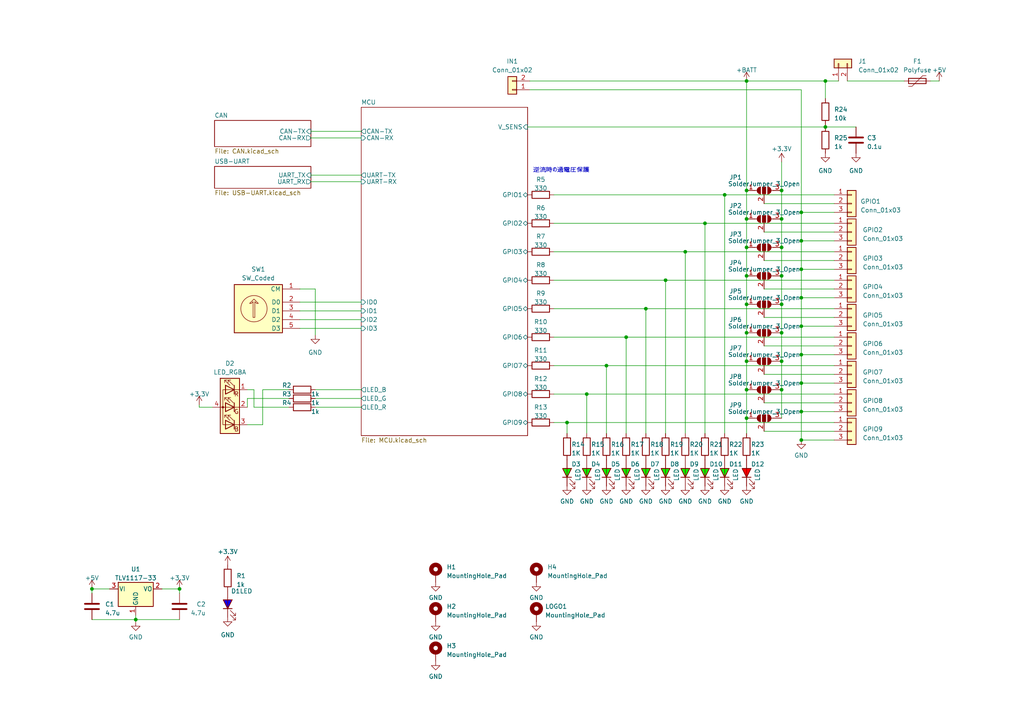
<source format=kicad_sch>
(kicad_sch (version 20231120) (generator "eeschema") (generator_version "8.0")
  (paper "A4")
  (lib_symbols
    (symbol "Connector_Generic:Conn_01x02" (pin_names (offset 1.016) hide)
      (property "Reference" "J" (at 0 2.54 0))
      (property "Value" "Conn_01x02" (at 0 -5.08 0))
      (symbol "Conn_01x02_1_1"
        (rectangle (start -1.27 -2.413) (end 0 -2.667) (stroke (width 0.1524)))
        (rectangle (start -1.27 0.127) (end 0 -0.127) (stroke (width 0.1524)))
        (rectangle (start -1.27 1.27) (end 1.27 -3.81) (stroke (width 0.254)) (fill (type background)))
        (pin passive line (at -5.08 0 0) (length 3.81) (name "Pin_1") (number "1"))
        (pin passive line (at -5.08 -2.54 0) (length 3.81) (name "Pin_2") (number "2"))
      )
    )
    (symbol "Connector_Generic:Conn_01x03" (pin_names (offset 1.016) hide)
      (property "Reference" "J" (at 0 5.08 0))
      (property "Value" "Conn_01x03" (at 0 -5.08 0))
      (symbol "Conn_01x03_1_1"
        (rectangle (start -1.27 -2.413) (end 0 -2.667) (stroke (width 0.1524)))
        (rectangle (start -1.27 0.127) (end 0 -0.127) (stroke (width 0.1524)))
        (rectangle (start -1.27 2.667) (end 0 2.413) (stroke (width 0.1524)))
        (rectangle (start -1.27 3.81) (end 1.27 -3.81) (stroke (width 0.254)) (fill (type background)))
        (pin passive line (at -5.08 2.54 0) (length 3.81) (name "Pin_1") (number "1"))
        (pin passive line (at -5.08 0 0) (length 3.81) (name "Pin_2") (number "2"))
        (pin passive line (at -5.08 -2.54 0) (length 3.81) (name "Pin_3") (number "3"))
      )
    )
    (symbol "Device:C" (pin_numbers hide) (pin_names (offset 0.254))
      (property "Reference" "C" (at 0.635 2.54 0))
      (property "Value" "C" (at 0.635 -2.54 0))
      (symbol "C_0_1"
        (polyline (pts (xy -2.032 -0.762) (xy 2.032 -0.762)) (stroke (width 0.508)))
        (polyline (pts (xy -2.032 0.762) (xy 2.032 0.762)) (stroke (width 0.508)))
      )
      (symbol "C_1_1"
        (pin passive line (at 0 3.81 270) (length 2.794) (name "~") (number "1"))
        (pin passive line (at 0 -3.81 90) (length 2.794) (name "~") (number "2"))
      )
    )
    (symbol "Device:LED" (pin_numbers hide) (pin_names (offset 1.016) hide)
      (property "Reference" "D1" (at 3.81 -0.9525 90))
      (property "Value" "LED" (at 3.81 -3.4925 90))
      (symbol "LED_0_1"
        (polyline (pts (xy -1.27 -1.27) (xy -1.27 1.27)) (stroke (width 0.254)))
        (polyline (pts (xy -1.27 0) (xy 1.27 0)))
        (polyline (pts (xy 1.27 -1.27) (xy 1.27 1.27) (xy -1.27 0) (xy 1.27 -1.27)) (stroke (width 0.254)) (fill (type color) (color 0 0 255 1)))
        (polyline (pts (xy -3.048 -0.762) (xy -4.572 -2.286) (xy -3.81 -2.286) (xy -4.572 -2.286) (xy -4.572 -1.524)))
        (polyline (pts (xy -1.778 -0.762) (xy -3.302 -2.286) (xy -2.54 -2.286) (xy -3.302 -2.286) (xy -3.302 -1.524)))
      )
      (symbol "LED_1_1"
        (pin passive line (at -3.81 0 0) (length 2.54) (name "K") (number "1"))
        (pin passive line (at 3.81 0 180) (length 2.54) (name "A") (number "2"))
      )
    )
    (symbol "Device:LED_RGBA" (pin_names (offset 0) hide)
      (property "Reference" "D" (at 0 9.398 0))
      (property "Value" "LED_RGBA" (at 0 -8.89 0))
      (symbol "LED_RGBA_0_0"
        (text "B" (at -1.905 -6.35 0) (effects (font (size 1.27 1.27))))
        (text "G" (at -1.905 -1.27 0) (effects (font (size 1.27 1.27))))
        (text "R" (at -1.905 3.81 0) (effects (font (size 1.27 1.27))))
      )
      (symbol "LED_RGBA_0_1"
        (polyline (pts (xy -1.27 -5.08) (xy -2.54 -5.08)))
        (polyline (pts (xy -1.27 -5.08) (xy 1.27 -5.08)))
        (polyline (pts (xy -1.27 -3.81) (xy -1.27 -6.35)) (stroke (width 0.254)))
        (polyline (pts (xy -1.27 0) (xy -2.54 0)))
        (polyline (pts (xy -1.27 1.27) (xy -1.27 -1.27)) (stroke (width 0.254)))
        (polyline (pts (xy -1.27 5.08) (xy -2.54 5.08)))
        (polyline (pts (xy -1.27 5.08) (xy 1.27 5.08)))
        (polyline (pts (xy -1.27 6.35) (xy -1.27 3.81)) (stroke (width 0.254)))
        (polyline (pts (xy 1.27 0) (xy -1.27 0)))
        (polyline (pts (xy 1.27 0) (xy 2.54 0)))
        (polyline (pts (xy -1.27 1.27) (xy -1.27 -1.27) (xy -1.27 -1.27)))
        (polyline (pts (xy -1.27 6.35) (xy -1.27 3.81) (xy -1.27 3.81)))
        (polyline (pts (xy 1.27 -5.08) (xy 2.032 -5.08) (xy 2.032 5.08) (xy 1.27 5.08)))
        (polyline (pts (xy 1.27 -3.81) (xy 1.27 -6.35) (xy -1.27 -5.08) (xy 1.27 -3.81)) (stroke (width 0.254)))
        (polyline (pts (xy 1.27 1.27) (xy 1.27 -1.27) (xy -1.27 0) (xy 1.27 1.27)) (stroke (width 0.254)))
        (polyline (pts (xy 1.27 6.35) (xy 1.27 3.81) (xy -1.27 5.08) (xy 1.27 6.35)) (stroke (width 0.254)))
        (polyline (pts (xy -1.016 -3.81) (xy 0.508 -2.286) (xy -0.254 -2.286) (xy 0.508 -2.286) (xy 0.508 -3.048)))
        (polyline (pts (xy -1.016 1.27) (xy 0.508 2.794) (xy -0.254 2.794) (xy 0.508 2.794) (xy 0.508 2.032)))
        (polyline (pts (xy -1.016 6.35) (xy 0.508 7.874) (xy -0.254 7.874) (xy 0.508 7.874) (xy 0.508 7.112)))
        (polyline (pts (xy 0 -3.81) (xy 1.524 -2.286) (xy 0.762 -2.286) (xy 1.524 -2.286) (xy 1.524 -3.048)))
        (polyline (pts (xy 0 1.27) (xy 1.524 2.794) (xy 0.762 2.794) (xy 1.524 2.794) (xy 1.524 2.032)))
        (polyline (pts (xy 0 6.35) (xy 1.524 7.874) (xy 0.762 7.874) (xy 1.524 7.874) (xy 1.524 7.112)))
        (rectangle (start 1.27 -1.27) (end 1.27 1.27))
        (rectangle (start 1.27 1.27) (end 1.27 1.27))
        (rectangle (start 1.27 3.81) (end 1.27 6.35))
        (rectangle (start 1.27 6.35) (end 1.27 6.35))
        (circle (center 2.032 0) (radius 0.254) (fill (type outline)))
        (rectangle (start 2.794 8.382) (end -2.794 -7.62) (stroke (width 0.254)) (fill (type background)))
      )
      (symbol "LED_RGBA_1_1"
        (pin passive line (at -5.08 5.08 0) (length 2.54) (name "RK") (number "1"))
        (pin passive line (at -5.08 0 0) (length 2.54) (name "GK") (number "2"))
        (pin passive line (at -5.08 -5.08 0) (length 2.54) (name "BK") (number "3"))
        (pin passive line (at 5.08 0 180) (length 2.54) (name "A") (number "4"))
      )
    )
    (symbol "Device:Polyfuse" (pin_numbers hide) (pin_names (offset 0))
      (property "Reference" "F" (at -2.54 0 90))
      (property "Value" "Polyfuse" (at 2.54 0 90))
      (symbol "Polyfuse_0_1"
        (rectangle (start -0.762 2.54) (end 0.762 -2.54) (stroke (width 0.254)))
        (polyline (pts (xy 0 2.54) (xy 0 -2.54)))
        (polyline (pts (xy -1.524 2.54) (xy -1.524 1.524) (xy 1.524 -1.524) (xy 1.524 -2.54)))
      )
      (symbol "Polyfuse_1_1"
        (pin passive line (at 0 3.81 270) (length 1.27) (name "~") (number "1"))
        (pin passive line (at 0 -3.81 90) (length 1.27) (name "~") (number "2"))
      )
    )
    (symbol "Device:R" (pin_numbers hide) (pin_names (offset 0))
      (property "Reference" "R" (at 2.032 0 90))
      (property "Value" "R" (at 0 0 90))
      (symbol "R_0_1"
        (rectangle (start -1.016 -2.54) (end 1.016 2.54) (stroke (width 0.254)))
      )
      (symbol "R_1_1"
        (pin passive line (at 0 3.81 270) (length 1.27) (name "~") (number "1"))
        (pin passive line (at 0 -3.81 90) (length 1.27) (name "~") (number "2"))
      )
    )
    (symbol "Jumper:SolderJumper_3_Open" (pin_names (offset 0) hide)
      (property "Reference" "JP" (at -2.54 -2.54 0))
      (property "Value" "SolderJumper_3_Open" (at 0 2.794 0))
      (symbol "SolderJumper_3_Open_0_1"
        (arc (start -1.016 1.016) (mid -2.0276 0) (end -1.016 -1.016))
        (arc (start -1.016 1.016) (mid -2.0276 0) (end -1.016 -1.016) (fill (type outline)))
        (rectangle (start -0.508 1.016) (end 0.508 -1.016) (fill (type outline)))
        (polyline (pts (xy -2.54 0) (xy -2.032 0)))
        (polyline (pts (xy -1.016 1.016) (xy -1.016 -1.016)))
        (polyline (pts (xy 0 -1.27) (xy 0 -1.016)))
        (polyline (pts (xy 1.016 1.016) (xy 1.016 -1.016)))
        (polyline (pts (xy 2.54 0) (xy 2.032 0)))
        (arc (start 1.016 -1.016) (mid 2.0276 0) (end 1.016 1.016))
        (arc (start 1.016 -1.016) (mid 2.0276 0) (end 1.016 1.016) (fill (type outline)))
      )
      (symbol "SolderJumper_3_Open_1_1"
        (pin passive line (at -5.08 0 0) (length 2.54) (name "A") (number "1"))
        (pin passive line (at 0 -3.81 90) (length 2.54) (name "C") (number "2"))
        (pin passive line (at 5.08 0 180) (length 2.54) (name "B") (number "3"))
      )
    )
    (symbol "LED_1" (pin_numbers hide) (pin_names (offset 1.016) hide)
      (property "Reference" "D6" (at 3.81 -0.9525 90))
      (property "Value" "LED" (at 3.81 -3.4925 90))
      (symbol "LED_1_0_1"
        (polyline (pts (xy -1.27 -1.27) (xy -1.27 1.27)) (stroke (width 0.254)))
        (polyline (pts (xy -1.27 0) (xy 1.27 0)))
        (polyline (pts (xy 1.27 -1.27) (xy 1.27 1.27) (xy -1.27 0) (xy 1.27 -1.27)) (stroke (width 0.254)) (fill (type color) (color 0 255 0 1)))
        (polyline (pts (xy -3.048 -0.762) (xy -4.572 -2.286) (xy -3.81 -2.286) (xy -4.572 -2.286) (xy -4.572 -1.524)))
        (polyline (pts (xy -1.778 -0.762) (xy -3.302 -2.286) (xy -2.54 -2.286) (xy -3.302 -2.286) (xy -3.302 -1.524)))
      )
      (symbol "LED_1_1_1"
        (pin passive line (at -3.81 0 0) (length 2.54) (name "K") (number "1"))
        (pin passive line (at 3.81 0 180) (length 2.54) (name "A") (number "2"))
      )
    )
    (symbol "LED_2" (pin_numbers hide) (pin_names (offset 1.016) hide)
      (property "Reference" "D14" (at 1.27 2.54 90))
      (property "Value" "LED" (at 3.175 1.27 0))
      (symbol "LED_2_0_1"
        (polyline (pts (xy -1.27 -1.27) (xy -1.27 1.27)) (stroke (width 0.254)))
        (polyline (pts (xy -1.27 0) (xy 1.27 0)))
        (polyline (pts (xy 1.27 -1.27) (xy 1.27 1.27) (xy -1.27 0) (xy 1.27 -1.27)) (stroke (width 0.254)) (fill (type color) (color 255 0 0 1)))
        (polyline (pts (xy -3.048 -0.762) (xy -4.572 -2.286) (xy -3.81 -2.286) (xy -4.572 -2.286) (xy -4.572 -1.524)))
        (polyline (pts (xy -1.778 -0.762) (xy -3.302 -2.286) (xy -2.54 -2.286) (xy -3.302 -2.286) (xy -3.302 -1.524)))
      )
      (symbol "LED_2_1_1"
        (pin passive line (at -3.81 0 0) (length 2.54) (name "K") (number "1"))
        (pin passive line (at 3.81 0 180) (length 2.54) (name "A") (number "2"))
      )
    )
    (symbol "Mechanical:MountingHole_Pad" (pin_numbers hide) (pin_names (offset 1.016) hide)
      (property "Reference" "H" (at 0 6.35 0))
      (property "Value" "MountingHole_Pad" (at 0 4.445 0))
      (symbol "MountingHole_Pad_0_1"
        (circle (center 0 1.27) (radius 1.27) (stroke (width 1.27)))
      )
      (symbol "MountingHole_Pad_1_1"
        (pin input line (at 0 -2.54 90) (length 2.54) (name "1") (number "1"))
      )
    )
    (symbol "Regulator_Linear:TLV1117-33" (pin_names (offset 0.254))
      (property "Reference" "U" (at -3.81 3.175 0))
      (property "Value" "TLV1117-33" (at 0 3.175 0))
      (symbol "TLV1117-33_0_1"
        (rectangle (start -5.08 -5.08) (end 5.08 1.905) (stroke (width 0.254)) (fill (type background)))
      )
      (symbol "TLV1117-33_1_1"
        (pin power_in line (at 0 -7.62 90) (length 2.54) (name "GND") (number "1"))
        (pin power_out line (at 7.62 0 180) (length 2.54) (name "VO") (number "2"))
        (pin power_in line (at -7.62 0 0) (length 2.54) (name "VI") (number "3"))
      )
    )
    (symbol "Switch:SW_Coded"
      (property "Reference" "SW" (at -6.35 8.89 0))
      (property "Value" "SW_Coded" (at -6.35 -7.62 0))
      (symbol "SW_Coded_0_1"
        (circle (center -0.635 0.635) (radius 3.81))
        (polyline (pts (xy -0.889 -1.905) (xy -0.889 2.667) (xy -1.397 2.159) (xy -1.905 2.159) (xy -0.635 3.429) (xy 0.635 2.159) (xy 0.127 2.159) (xy -0.381 2.667) (xy -0.381 -1.905) (xy -0.889 -1.905) (xy -0.889 -1.905)))
        (rectangle (start 7.62 7.62) (end -6.35 -6.35) (stroke (width 0.254)) (fill (type background)))
      )
      (symbol "SW_Coded_1_1"
        (pin passive line (at 12.7 6.35 180) (length 5.08) (name "CM") (number "1"))
        (pin passive line (at 12.7 2.54 180) (length 5.08) (name "D0") (number "2"))
        (pin passive line (at 12.7 0 180) (length 5.08) (name "D1") (number "3"))
        (pin passive line (at 12.7 -2.54 180) (length 5.08) (name "D2") (number "4"))
        (pin passive line (at 12.7 -5.08 180) (length 5.08) (name "D3") (number "5"))
      )
    )
    (symbol "power:+3.3V" (power) (pin_names (offset 0))
      (property "Value" "+3.3V" (at 0 3.556 0))
      (symbol "+3.3V_0_1"
        (polyline (pts (xy -0.762 1.27) (xy 0 2.54)))
        (polyline (pts (xy 0 0) (xy 0 2.54)))
        (polyline (pts (xy 0 2.54) (xy 0.762 1.27)))
      )
      (symbol "+3.3V_1_1"
        (pin power_in line (at 0 0 90) (length 0) hide (name "+3.3V") (number "1"))
      )
    )
    (symbol "power:+5V" (power) (pin_names (offset 0))
      (property "Value" "+5V" (at 0 3.556 0))
      (symbol "+5V_0_1"
        (polyline (pts (xy -0.762 1.27) (xy 0 2.54)))
        (polyline (pts (xy 0 0) (xy 0 2.54)))
        (polyline (pts (xy 0 2.54) (xy 0.762 1.27)))
      )
      (symbol "+5V_1_1"
        (pin power_in line (at 0 0 90) (length 0) hide (name "+5V") (number "1"))
      )
    )
    (symbol "power:+BATT" (power) (pin_names (offset 0))
      (property "Value" "+BATT" (at 0 3.556 0))
      (symbol "+BATT_0_1"
        (polyline (pts (xy -0.762 1.27) (xy 0 2.54)))
        (polyline (pts (xy 0 0) (xy 0 2.54)))
        (polyline (pts (xy 0 2.54) (xy 0.762 1.27)))
      )
      (symbol "+BATT_1_1"
        (pin power_in line (at 0 0 90) (length 0) hide (name "+BATT") (number "1"))
      )
    )
    (symbol "power:GND" (power) (pin_names (offset 0))
      (property "Value" "GND" (at 0 -3.81 0))
      (symbol "GND_0_1"
        (polyline (pts (xy 0 0) (xy 0 -1.27) (xy 1.27 -1.27) (xy 0 -2.54) (xy -1.27 -1.27) (xy 0 -1.27)))
      )
      (symbol "GND_1_1"
        (pin power_in line (at 0 0 270) (length 0) hide (name "GND") (number "1"))
      )
    )
  )
  (junction (at 232.41 102.87))
  (junction (at 181.61 97.79))
  (junction (at 52.07 170.815))
  (junction (at 187.325 89.535))
  (junction (at 216.535 104.775))
  (junction (at 216.535 80.01))
  (junction (at 232.41 94.615))
  (junction (at 216.535 55.245))
  (junction (at 226.695 71.755))
  (junction (at 216.535 23.495))
  (junction (at 164.465 122.555))
  (junction (at 170.18 114.3))
  (junction (at 226.695 80.01))
  (junction (at 226.695 96.52))
  (junction (at 216.535 113.03))
  (junction (at 26.67 170.815))
  (junction (at 210.185 56.515))
  (junction (at 239.395 36.83))
  (junction (at 226.695 104.775))
  (junction (at 226.695 88.265))
  (junction (at 198.755 73.025))
  (junction (at 216.535 88.265))
  (junction (at 232.41 69.85))
  (junction (at 232.41 78.105))
  (junction (at 39.37 179.705))
  (junction (at 226.695 55.245))
  (junction (at 216.535 96.52))
  (junction (at 232.41 61.595))
  (junction (at 232.41 86.36))
  (junction (at 216.535 121.285))
  (junction (at 232.41 111.125))
  (junction (at 226.695 63.5))
  (junction (at 204.47 64.77))
  (junction (at 232.41 119.38))
  (junction (at 216.535 63.5))
  (junction (at 216.535 71.755))
  (junction (at 226.695 113.03))
  (junction (at 239.395 23.495))
  (junction (at 175.895 106.045))
  (junction (at 193.04 81.28))
  (junction (at 232.41 127.635))
  (wire (pts (xy 153.035 36.83) (xy 239.395 36.83)))
  (wire (pts (xy 164.465 122.555) (xy 164.465 125.73)))
  (wire (pts (xy 226.695 88.265) (xy 226.695 96.52)))
  (wire (pts (xy 221.615 116.84) (xy 241.935 116.84)))
  (wire (pts (xy 160.655 81.28) (xy 193.04 81.28)))
  (wire (pts (xy 46.99 170.815) (xy 52.07 170.815)))
  (wire (pts (xy 90.17 38.1) (xy 104.775 38.1)))
  (wire (pts (xy 221.615 100.33) (xy 241.935 100.33)))
  (wire (pts (xy 39.37 180.34) (xy 39.37 179.705)))
  (wire (pts (xy 71.755 113.03) (xy 73.66 113.03)))
  (wire (pts (xy 52.07 170.815) (xy 52.07 172.085)))
  (wire (pts (xy 232.41 61.595) (xy 241.935 61.595)))
  (wire (pts (xy 90.17 52.705) (xy 104.775 52.705)))
  (wire (pts (xy 26.67 170.815) (xy 31.75 170.815)))
  (wire (pts (xy 221.615 83.82) (xy 241.935 83.82)))
  (wire (pts (xy 221.615 125.095) (xy 241.935 125.095)))
  (wire (pts (xy 71.755 115.57) (xy 71.755 118.11)))
  (wire (pts (xy 204.47 64.77) (xy 241.935 64.77)))
  (wire (pts (xy 164.465 122.555) (xy 241.935 122.555)))
  (wire (pts (xy 226.695 46.99) (xy 226.695 55.245)))
  (wire (pts (xy 76.2 113.03) (xy 83.82 113.03)))
  (wire (pts (xy 160.655 64.77) (xy 204.47 64.77)))
  (wire (pts (xy 170.18 114.3) (xy 170.18 125.73)))
  (wire (pts (xy 86.995 95.25) (xy 104.775 95.25)))
  (wire (pts (xy 239.395 23.495) (xy 239.395 28.575)))
  (wire (pts (xy 216.535 121.285) (xy 216.535 125.73)))
  (wire (pts (xy 91.44 113.03) (xy 104.775 113.03)))
  (wire (pts (xy 160.655 97.79) (xy 181.61 97.79)))
  (wire (pts (xy 232.41 69.85) (xy 241.935 69.85)))
  (wire (pts (xy 216.535 63.5) (xy 216.535 71.755)))
  (wire (pts (xy 160.655 114.3) (xy 170.18 114.3)))
  (wire (pts (xy 26.67 170.815) (xy 26.67 172.085)))
  (wire (pts (xy 170.18 114.3) (xy 241.935 114.3)))
  (wire (pts (xy 216.535 71.755) (xy 216.535 80.01)))
  (wire (pts (xy 232.41 94.615) (xy 232.41 102.87)))
  (wire (pts (xy 232.41 102.87) (xy 232.41 111.125)))
  (wire (pts (xy 232.41 86.36) (xy 232.41 94.615)))
  (wire (pts (xy 216.535 113.03) (xy 216.535 121.285)))
  (wire (pts (xy 232.41 61.595) (xy 232.41 69.85)))
  (wire (pts (xy 175.895 106.045) (xy 241.935 106.045)))
  (wire (pts (xy 221.615 92.075) (xy 241.935 92.075)))
  (wire (pts (xy 153.67 23.495) (xy 216.535 23.495)))
  (wire (pts (xy 226.695 113.03) (xy 226.695 121.285)))
  (wire (pts (xy 239.395 36.83) (xy 248.285 36.83)))
  (wire (pts (xy 57.785 118.11) (xy 61.595 118.11)))
  (wire (pts (xy 86.995 90.17) (xy 104.775 90.17)))
  (wire (pts (xy 91.44 118.11) (xy 104.775 118.11)))
  (wire (pts (xy 76.2 113.03) (xy 76.2 123.19)))
  (wire (pts (xy 153.67 26.035) (xy 232.41 26.035)))
  (wire (pts (xy 160.655 122.555) (xy 164.465 122.555)))
  (wire (pts (xy 198.755 125.73) (xy 198.755 73.025)))
  (wire (pts (xy 216.535 96.52) (xy 216.535 104.775)))
  (wire (pts (xy 57.785 117.475) (xy 57.785 118.11)))
  (wire (pts (xy 193.04 81.28) (xy 193.04 125.73)))
  (wire (pts (xy 160.655 106.045) (xy 175.895 106.045)))
  (wire (pts (xy 232.41 26.035) (xy 232.41 61.595)))
  (wire (pts (xy 245.745 23.495) (xy 262.255 23.495)))
  (wire (pts (xy 86.995 92.71) (xy 104.775 92.71)))
  (wire (pts (xy 175.895 106.045) (xy 175.895 125.73)))
  (wire (pts (xy 226.695 96.52) (xy 226.695 104.775)))
  (wire (pts (xy 187.325 125.73) (xy 187.325 89.535)))
  (wire (pts (xy 239.395 23.495) (xy 243.205 23.495)))
  (wire (pts (xy 210.185 125.73) (xy 210.185 56.515)))
  (wire (pts (xy 232.41 86.36) (xy 241.935 86.36)))
  (wire (pts (xy 193.04 81.28) (xy 241.935 81.28)))
  (wire (pts (xy 239.395 36.195) (xy 239.395 36.83)))
  (wire (pts (xy 232.41 94.615) (xy 241.935 94.615)))
  (wire (pts (xy 71.755 123.19) (xy 76.2 123.19)))
  (wire (pts (xy 86.995 87.63) (xy 104.775 87.63)))
  (wire (pts (xy 160.655 73.025) (xy 198.755 73.025)))
  (wire (pts (xy 232.41 69.85) (xy 232.41 78.105)))
  (wire (pts (xy 216.535 23.495) (xy 216.535 55.245)))
  (wire (pts (xy 204.47 125.73) (xy 204.47 64.77)))
  (wire (pts (xy 232.41 119.38) (xy 241.935 119.38)))
  (wire (pts (xy 221.615 75.565) (xy 241.935 75.565)))
  (wire (pts (xy 221.615 108.585) (xy 241.935 108.585)))
  (wire (pts (xy 198.755 73.025) (xy 241.935 73.025)))
  (wire (pts (xy 226.695 104.775) (xy 226.695 113.03)))
  (wire (pts (xy 91.44 97.155) (xy 91.44 83.82)))
  (wire (pts (xy 226.695 55.245) (xy 226.695 63.5)))
  (wire (pts (xy 226.695 63.5) (xy 226.695 71.755)))
  (wire (pts (xy 232.41 127.635) (xy 241.935 127.635)))
  (wire (pts (xy 221.615 67.31) (xy 241.935 67.31)))
  (wire (pts (xy 232.41 111.125) (xy 241.935 111.125)))
  (wire (pts (xy 187.325 89.535) (xy 241.935 89.535)))
  (wire (pts (xy 216.535 55.245) (xy 216.535 63.5)))
  (wire (pts (xy 83.82 115.57) (xy 71.755 115.57)))
  (wire (pts (xy 269.875 23.495) (xy 272.415 23.495)))
  (wire (pts (xy 216.535 23.495) (xy 239.395 23.495)))
  (wire (pts (xy 232.41 78.105) (xy 232.41 86.36)))
  (wire (pts (xy 73.66 118.11) (xy 83.82 118.11)))
  (wire (pts (xy 91.44 83.82) (xy 86.995 83.82)))
  (wire (pts (xy 181.61 97.79) (xy 241.935 97.79)))
  (wire (pts (xy 26.67 179.705) (xy 39.37 179.705)))
  (wire (pts (xy 160.655 56.515) (xy 210.185 56.515)))
  (wire (pts (xy 73.66 113.03) (xy 73.66 118.11)))
  (wire (pts (xy 232.41 102.87) (xy 241.935 102.87)))
  (wire (pts (xy 52.07 179.705) (xy 39.37 179.705)))
  (wire (pts (xy 216.535 80.01) (xy 216.535 88.265)))
  (wire (pts (xy 181.61 125.73) (xy 181.61 97.79)))
  (wire (pts (xy 221.615 59.055) (xy 241.935 59.055)))
  (wire (pts (xy 210.185 56.515) (xy 241.935 56.515)))
  (wire (pts (xy 232.41 111.125) (xy 232.41 119.38)))
  (wire (pts (xy 91.44 115.57) (xy 104.775 115.57)))
  (wire (pts (xy 90.17 40.005) (xy 104.775 40.005)))
  (wire (pts (xy 90.17 50.8) (xy 104.775 50.8)))
  (wire (pts (xy 160.655 89.535) (xy 187.325 89.535)))
  (wire (pts (xy 39.37 179.705) (xy 39.37 178.435)))
  (wire (pts (xy 216.535 104.775) (xy 216.535 113.03)))
  (wire (pts (xy 232.41 119.38) (xy 232.41 127.635)))
  (wire (pts (xy 226.695 80.01) (xy 226.695 88.265)))
  (wire (pts (xy 226.695 71.755) (xy 226.695 80.01)))
  (wire (pts (xy 232.41 78.105) (xy 241.935 78.105)))
  (wire (pts (xy 216.535 88.265) (xy 216.535 96.52)))
  (text "逆流時の過電圧保護" (at 162.814 49.53 0) (effects (font (size 1.27 1.27))))
  (symbol (lib_id "Device:R") (at 87.63 115.57 90) (unit 1)
    (property "Reference" "R3" (at 83.185 114.3 90))
    (property "Value" "1k" (at 91.44 116.84 90))
    (property "Footprint" "Resistor_SMD:R_0603_1608Metric_Pad0.98x0.95mm_HandSolder" (effects (hide yes)))
  )
  (symbol (lib_id "power:GND") (at 210.185 140.97 0) (unit 1)
    (property "Reference" "#PWR021" (effects (hide yes)))
    (property "Value" "GND" (at 210.185 145.415 0))
  )
  (symbol (lib_id "power:GND") (at 232.41 127.635 0) (unit 1)
    (property "Reference" "#PWR025" (effects (hide yes)))
    (property "Value" "GND" (at 232.41 132.08 0))
  )
  (symbol (lib_id "Device:R") (at 156.845 97.79 90) (unit 1)
    (property "Reference" "R10" (at 156.845 93.345 90))
    (property "Value" "330" (at 156.845 95.885 90))
    (property "Footprint" "Resistor_SMD:R_0603_1608Metric_Pad0.98x0.95mm_HandSolder" (effects (hide yes)))
  )
  (symbol (lib_id "Device:LED") (at 66.04 175.26 90) (unit 1)
    (property "Reference" "D1" (at 66.9925 171.45 90) (effects (justify right)))
    (property "Value" "LED" (at 69.5325 171.45 90) (effects (justify right)))
    (property "Footprint" "LED_SMD:LED_0603_1608Metric_Pad1.05x0.95mm_HandSolder" (effects (hide yes)))
  )
  (symbol (lib_id "Mechanical:MountingHole_Pad") (at 155.575 166.37 0) (unit 1)
    (property "Reference" "H4" (at 158.75 164.465 0) (effects (justify left)))
    (property "Value" "MountingHole_Pad" (at 158.75 167.005 0) (effects (justify left)))
    (property "Footprint" "MountingHole:MountingHole_3.2mm_M3_ISO14580_Pad" (effects (hide yes)))
  )
  (symbol (lib_id "power:GND") (at 170.18 140.97 0) (unit 1)
    (property "Reference" "#PWR014" (effects (hide yes)))
    (property "Value" "GND" (at 170.18 145.415 0))
  )
  (symbol (lib_id "Switch:SW_Coded") (at 74.295 90.17 0) (unit 1)
    (property "Reference" "SW1" (at 74.93 78.105 0))
    (property "Value" "SW_Coded" (at 74.93 80.645 0))
    (property "Footprint" "Robocon_Switch:RDS-10S-1055-SMT-TR_RotaryDIP" (effects (hide yes)))
  )
  (symbol (lib_name "LED_1") (lib_id "Device:LED") (at 175.895 137.16 90) (unit 1)
    (property "Reference" "D5" (at 177.165 134.62 90) (effects (justify right)))
    (property "Value" "LED" (at 179.07 135.89 0) (effects (justify right)))
    (property "Footprint" "LED_SMD:LED_0603_1608Metric_Pad1.05x0.95mm_HandSolder" (effects (hide yes)))
  )
  (symbol (lib_id "Device:R") (at 210.185 129.54 0) (unit 1)
    (property "Reference" "R22" (at 211.455 128.905 0) (effects (justify left)))
    (property "Value" "1K" (at 211.455 131.445 0) (effects (justify left)))
    (property "Footprint" "Resistor_SMD:R_0603_1608Metric_Pad0.98x0.95mm_HandSolder" (effects (hide yes)))
  )
  (symbol (lib_name "LED_1") (lib_id "Device:LED") (at 170.18 137.16 90) (unit 1)
    (property "Reference" "D4" (at 171.45 134.62 90) (effects (justify right)))
    (property "Value" "LED" (at 173.355 135.89 0) (effects (justify right)))
    (property "Footprint" "LED_SMD:LED_0603_1608Metric_Pad1.05x0.95mm_HandSolder" (effects (hide yes)))
  )
  (symbol (lib_id "power:+3.3V") (at 226.695 46.99 0) (unit 1)
    (property "Reference" "#PWR024" (effects (hide yes)))
    (property "Value" "+3.3V" (at 226.695 43.18 0))
  )
  (symbol (lib_id "Device:R") (at 156.845 81.28 90) (unit 1)
    (property "Reference" "R8" (at 156.845 76.835 90))
    (property "Value" "330" (at 156.845 79.375 90))
    (property "Footprint" "Resistor_SMD:R_0603_1608Metric_Pad0.98x0.95mm_HandSolder" (effects (hide yes)))
  )
  (symbol (lib_id "power:GND") (at 181.61 140.97 0) (unit 1)
    (property "Reference" "#PWR016" (effects (hide yes)))
    (property "Value" "GND" (at 181.61 145.415 0))
  )
  (symbol (lib_id "power:GND") (at 175.895 140.97 0) (unit 1)
    (property "Reference" "#PWR015" (effects (hide yes)))
    (property "Value" "GND" (at 175.895 145.415 0))
  )
  (symbol (lib_id "Connector_Generic:Conn_01x03") (at 247.015 108.585 0) (unit 1)
    (property "Reference" "GPIO7" (at 250.19 107.95 0) (effects (justify left)))
    (property "Value" "Conn_01x03" (at 250.19 110.49 0) (effects (justify left)))
    (property "Footprint" "Connector_JST:JST_XA_S03B-XASK-1_1x03_P2.50mm_Horizontal" (effects (hide yes)))
  )
  (symbol (lib_id "Device:C") (at 26.67 175.895 0) (unit 1)
    (property "Reference" "C1" (at 30.48 175.26 0) (effects (justify left)))
    (property "Value" "4.7u" (at 30.48 177.8 0) (effects (justify left)))
    (property "Footprint" "Capacitor_SMD:C_0805_2012Metric_Pad1.18x1.45mm_HandSolder" (effects (hide yes)))
  )
  (symbol (lib_name "LED_1") (lib_id "Device:LED") (at 181.61 137.16 90) (unit 1)
    (property "Reference" "D6" (at 182.88 134.62 90) (effects (justify right)))
    (property "Value" "LED" (at 184.785 135.89 0) (effects (justify right)))
    (property "Footprint" "LED_SMD:LED_0603_1608Metric_Pad1.05x0.95mm_HandSolder" (effects (hide yes)))
  )
  (symbol (lib_id "Device:R") (at 156.845 73.025 90) (unit 1)
    (property "Reference" "R7" (at 156.845 68.58 90))
    (property "Value" "330" (at 156.845 71.12 90))
    (property "Footprint" "Resistor_SMD:R_0603_1608Metric_Pad0.98x0.95mm_HandSolder" (effects (hide yes)))
  )
  (symbol (lib_id "Device:C") (at 52.07 175.895 0) (mirror y) (unit 1)
    (property "Reference" "C2" (at 59.69 175.26 0) (effects (justify left)))
    (property "Value" "4.7u" (at 59.69 177.8 0) (effects (justify left)))
    (property "Footprint" "Capacitor_SMD:C_0805_2012Metric_Pad1.18x1.45mm_HandSolder" (effects (hide yes)))
  )
  (symbol (lib_id "power:GND") (at 155.575 180.34 0) (unit 1)
    (property "Reference" "#PWR012" (effects (hide yes)))
    (property "Value" "GND" (at 155.575 184.785 0))
  )
  (symbol (lib_id "Connector_Generic:Conn_01x03") (at 247.015 125.095 0) (unit 1)
    (property "Reference" "GPIO9" (at 250.19 124.46 0) (effects (justify left)))
    (property "Value" "Conn_01x03" (at 250.19 127 0) (effects (justify left)))
    (property "Footprint" "Connector_JST:JST_XA_S03B-XASK-1_1x03_P2.50mm_Horizontal" (effects (hide yes)))
  )
  (symbol (lib_id "Jumper:SolderJumper_3_Open") (at 221.615 121.285 0) (unit 1)
    (property "Reference" "JP9" (at 213.36 117.475 0))
    (property "Value" "SolderJumper_3_Open" (at 221.615 119.38 0))
    (property "Footprint" "Jumper:SolderJumper-3_P1.3mm_Open_Pad1.0x1.5mm" (effects (hide yes)))
  )
  (symbol (lib_id "Device:R") (at 164.465 129.54 0) (unit 1)
    (property "Reference" "R14" (at 165.735 128.905 0) (effects (justify left)))
    (property "Value" "1K" (at 165.735 131.445 0) (effects (justify left)))
    (property "Footprint" "Resistor_SMD:R_0603_1608Metric_Pad0.98x0.95mm_HandSolder" (effects (hide yes)))
  )
  (symbol (lib_id "Device:R") (at 170.18 129.54 0) (unit 1)
    (property "Reference" "R15" (at 171.45 128.905 0) (effects (justify left)))
    (property "Value" "1K" (at 171.45 131.445 0) (effects (justify left)))
    (property "Footprint" "Resistor_SMD:R_0603_1608Metric_Pad0.98x0.95mm_HandSolder" (effects (hide yes)))
  )
  (symbol (lib_id "Device:C") (at 248.285 40.64 0) (unit 1)
    (property "Reference" "C3" (at 251.46 40.005 0) (effects (justify left)))
    (property "Value" "0.1u" (at 251.46 42.545 0) (effects (justify left)))
    (property "Footprint" "Capacitor_SMD:C_0603_1608Metric_Pad1.08x0.95mm_HandSolder" (effects (hide yes)))
  )
  (symbol (lib_id "Device:R") (at 175.895 129.54 0) (unit 1)
    (property "Reference" "R16" (at 177.165 128.905 0) (effects (justify left)))
    (property "Value" "1K" (at 177.165 131.445 0) (effects (justify left)))
    (property "Footprint" "Resistor_SMD:R_0603_1608Metric_Pad0.98x0.95mm_HandSolder" (effects (hide yes)))
  )
  (symbol (lib_name "LED_1") (lib_id "Device:LED") (at 210.185 137.16 90) (unit 1)
    (property "Reference" "D11" (at 211.455 134.62 90) (effects (justify right)))
    (property "Value" "LED" (at 213.36 135.89 0) (effects (justify right)))
    (property "Footprint" "LED_SMD:LED_0603_1608Metric_Pad1.05x0.95mm_HandSolder" (effects (hide yes)))
  )
  (symbol (lib_id "Connector_Generic:Conn_01x03") (at 247.015 59.055 0) (unit 1)
    (property "Reference" "GPIO1" (at 249.555 58.42 0) (effects (justify left)))
    (property "Value" "Conn_01x03" (at 249.555 60.96 0) (effects (justify left)))
    (property "Footprint" "Connector_JST:JST_XA_S03B-XASK-1_1x03_P2.50mm_Horizontal" (effects (hide yes)))
  )
  (symbol (lib_id "Jumper:SolderJumper_3_Open") (at 221.615 113.03 0) (unit 1)
    (property "Reference" "JP8" (at 213.36 109.22 0))
    (property "Value" "SolderJumper_3_Open" (at 221.615 111.125 0))
    (property "Footprint" "Jumper:SolderJumper-3_P1.3mm_Open_Pad1.0x1.5mm" (effects (hide yes)))
  )
  (symbol (lib_id "power:+5V") (at 26.67 170.815 0) (unit 1)
    (property "Reference" "#PWR01" (effects (hide yes)))
    (property "Value" "+5V" (at 26.67 167.64 0))
  )
  (symbol (lib_name "LED_1") (lib_id "Device:LED") (at 164.465 137.16 90) (unit 1)
    (property "Reference" "D3" (at 165.735 134.62 90) (effects (justify right)))
    (property "Value" "LED" (at 167.64 135.89 0) (effects (justify right)))
    (property "Footprint" "LED_SMD:LED_0603_1608Metric_Pad1.05x0.95mm_HandSolder" (effects (hide yes)))
  )
  (symbol (lib_id "Regulator_Linear:TLV1117-33") (at 39.37 170.815 0) (unit 1)
    (property "Reference" "U1" (at 39.37 165.1 0))
    (property "Value" "TLV1117-33" (at 39.37 167.64 0))
    (property "Footprint" "Package_TO_SOT_SMD:SOT-223-3_TabPin2" (effects (hide yes)))
    (property "Datasheet" "http://www.ti.com/lit/ds/symlink/tlv1117.pdf" (effects (hide yes)))
  )
  (symbol (lib_name "LED_1") (lib_id "Device:LED") (at 187.325 137.16 90) (unit 1)
    (property "Reference" "D7" (at 188.595 134.62 90) (effects (justify right)))
    (property "Value" "LED" (at 190.5 135.89 0) (effects (justify right)))
    (property "Footprint" "LED_SMD:LED_0603_1608Metric_Pad1.05x0.95mm_HandSolder" (effects (hide yes)))
  )
  (symbol (lib_id "Device:R") (at 239.395 40.64 0) (unit 1)
    (property "Reference" "R25" (at 241.935 40.005 0) (effects (justify left)))
    (property "Value" "1k" (at 241.935 42.545 0) (effects (justify left)))
    (property "Footprint" "Resistor_SMD:R_0603_1608Metric_Pad0.98x0.95mm_HandSolder" (effects (hide yes)))
  )
  (symbol (lib_id "Connector_Generic:Conn_01x03") (at 247.015 116.84 0) (unit 1)
    (property "Reference" "GPIO8" (at 250.19 116.205 0) (effects (justify left)))
    (property "Value" "Conn_01x03" (at 250.19 118.745 0) (effects (justify left)))
    (property "Footprint" "Connector_JST:JST_XA_S03B-XASK-1_1x03_P2.50mm_Horizontal" (effects (hide yes)))
  )
  (symbol (lib_id "Jumper:SolderJumper_3_Open") (at 221.615 104.775 0) (unit 1)
    (property "Reference" "JP7" (at 213.36 100.965 0))
    (property "Value" "SolderJumper_3_Open" (at 221.615 102.87 0))
    (property "Footprint" "Jumper:SolderJumper-3_P1.3mm_Open_Pad1.0x1.5mm" (effects (hide yes)))
  )
  (symbol (lib_id "Device:R") (at 87.63 118.11 90) (unit 1)
    (property "Reference" "R4" (at 83.185 116.84 90))
    (property "Value" "1k" (at 91.44 119.38 90))
    (property "Footprint" "Resistor_SMD:R_0603_1608Metric_Pad0.98x0.95mm_HandSolder" (effects (hide yes)))
  )
  (symbol (lib_id "power:GND") (at 248.285 44.45 0) (unit 1)
    (property "Reference" "#PWR027" (effects (hide yes)))
    (property "Value" "GND" (at 248.285 49.53 0))
  )
  (symbol (lib_id "Mechanical:MountingHole_Pad") (at 126.365 189.23 0) (unit 1)
    (property "Reference" "H3" (at 129.54 187.325 0) (effects (justify left)))
    (property "Value" "MountingHole_Pad" (at 129.54 189.865 0) (effects (justify left)))
    (property "Footprint" "MountingHole:MountingHole_3.2mm_M3_ISO14580_Pad" (effects (hide yes)))
  )
  (symbol (lib_id "Device:R") (at 156.845 106.045 90) (unit 1)
    (property "Reference" "R11" (at 156.845 101.6 90))
    (property "Value" "330" (at 156.845 104.14 90))
    (property "Footprint" "Resistor_SMD:R_0603_1608Metric_Pad0.98x0.95mm_HandSolder" (effects (hide yes)))
  )
  (symbol (lib_name "LED_1") (lib_id "Device:LED") (at 204.47 137.16 90) (unit 1)
    (property "Reference" "D10" (at 205.74 134.62 90) (effects (justify right)))
    (property "Value" "LED" (at 207.645 135.89 0) (effects (justify right)))
    (property "Footprint" "LED_SMD:LED_0603_1608Metric_Pad1.05x0.95mm_HandSolder" (effects (hide yes)))
  )
  (symbol (lib_id "Device:R") (at 198.755 129.54 0) (unit 1)
    (property "Reference" "R20" (at 200.025 128.905 0) (effects (justify left)))
    (property "Value" "1K" (at 200.025 131.445 0) (effects (justify left)))
    (property "Footprint" "Resistor_SMD:R_0603_1608Metric_Pad0.98x0.95mm_HandSolder" (effects (hide yes)))
  )
  (symbol (lib_id "Device:R") (at 66.04 167.64 0) (unit 1)
    (property "Reference" "R1" (at 68.58 167.005 0) (effects (justify left)))
    (property "Value" "1k" (at 68.58 169.545 0) (effects (justify left)))
    (property "Footprint" "Resistor_SMD:R_0603_1608Metric_Pad0.98x0.95mm_HandSolder" (effects (hide yes)))
  )
  (symbol (lib_id "power:GND") (at 91.44 97.155 0) (unit 1)
    (property "Reference" "#PWR07" (effects (hide yes)))
    (property "Value" "GND" (at 91.44 102.235 0))
  )
  (symbol (lib_id "Connector_Generic:Conn_01x02") (at 148.59 26.035 180) (unit 1)
    (property "Reference" "IN1" (at 148.59 17.78 0))
    (property "Value" "Conn_01x02" (at 148.59 20.32 0))
    (property "Footprint" "Connector_AMASS:AMASS_XT30PW-M_1x02_P2.50mm_Horizontal" (effects (hide yes)))
  )
  (symbol (lib_id "Connector_Generic:Conn_01x03") (at 247.015 67.31 0) (unit 1)
    (property "Reference" "GPIO2" (at 250.19 66.675 0) (effects (justify left)))
    (property "Value" "Conn_01x03" (at 250.19 69.215 0) (effects (justify left)))
    (property "Footprint" "Connector_JST:JST_XA_S03B-XASK-1_1x03_P2.50mm_Horizontal" (effects (hide yes)))
  )
  (symbol (lib_id "Device:R") (at 156.845 89.535 90) (unit 1)
    (property "Reference" "R9" (at 156.845 85.09 90))
    (property "Value" "330" (at 156.845 87.63 90))
    (property "Footprint" "Resistor_SMD:R_0603_1608Metric_Pad0.98x0.95mm_HandSolder" (effects (hide yes)))
  )
  (symbol (lib_id "Device:R") (at 87.63 113.03 90) (unit 1)
    (property "Reference" "R2" (at 83.185 111.76 90))
    (property "Value" "1k" (at 91.44 114.3 90))
    (property "Footprint" "Resistor_SMD:R_0603_1608Metric_Pad0.98x0.95mm_HandSolder" (effects (hide yes)))
  )
  (symbol (lib_id "Connector_Generic:Conn_01x03") (at 247.015 83.82 0) (unit 1)
    (property "Reference" "GPIO4" (at 250.19 83.185 0) (effects (justify left)))
    (property "Value" "Conn_01x03" (at 250.19 85.725 0) (effects (justify left)))
    (property "Footprint" "Connector_JST:JST_XA_S03B-XASK-1_1x03_P2.50mm_Horizontal" (effects (hide yes)))
  )
  (symbol (lib_id "power:GND") (at 126.365 168.91 0) (unit 1)
    (property "Reference" "#PWR08" (effects (hide yes)))
    (property "Value" "GND" (at 126.365 173.355 0))
  )
  (symbol (lib_id "power:GND") (at 66.04 179.07 0) (unit 1)
    (property "Reference" "#PWR06" (effects (hide yes)))
    (property "Value" "GND" (at 66.04 184.15 0))
  )
  (symbol (lib_id "Device:R") (at 187.325 129.54 0) (unit 1)
    (property "Reference" "R18" (at 188.595 128.905 0) (effects (justify left)))
    (property "Value" "1K" (at 188.595 131.445 0) (effects (justify left)))
    (property "Footprint" "Resistor_SMD:R_0603_1608Metric_Pad0.98x0.95mm_HandSolder" (effects (hide yes)))
  )
  (symbol (lib_id "power:GND") (at 126.365 180.34 0) (unit 1)
    (property "Reference" "#PWR09" (effects (hide yes)))
    (property "Value" "GND" (at 126.365 184.785 0))
  )
  (symbol (lib_id "Connector_Generic:Conn_01x03") (at 247.015 75.565 0) (unit 1)
    (property "Reference" "GPIO3" (at 250.19 74.93 0) (effects (justify left)))
    (property "Value" "Conn_01x03" (at 250.19 77.47 0) (effects (justify left)))
    (property "Footprint" "Connector_JST:JST_XA_S03B-XASK-1_1x03_P2.50mm_Horizontal" (effects (hide yes)))
  )
  (symbol (lib_id "Device:R") (at 156.845 56.515 90) (unit 1)
    (property "Reference" "R5" (at 156.845 52.07 90))
    (property "Value" "330" (at 156.845 54.61 90))
    (property "Footprint" "Resistor_SMD:R_0603_1608Metric_Pad0.98x0.95mm_HandSolder" (effects (hide yes)))
  )
  (symbol (lib_id "power:GND") (at 155.575 168.91 0) (unit 1)
    (property "Reference" "#PWR011" (effects (hide yes)))
    (property "Value" "GND" (at 155.575 173.355 0))
  )
  (symbol (lib_id "power:+3.3V") (at 66.04 163.83 0) (unit 1)
    (property "Reference" "#PWR05" (effects (hide yes)))
    (property "Value" "+3.3V" (at 66.04 160.02 0))
  )
  (symbol (lib_id "Jumper:SolderJumper_3_Open") (at 221.615 96.52 0) (unit 1)
    (property "Reference" "JP6" (at 213.36 92.71 0))
    (property "Value" "SolderJumper_3_Open" (at 221.615 94.615 0))
    (property "Footprint" "Jumper:SolderJumper-3_P1.3mm_Open_Pad1.0x1.5mm" (effects (hide yes)))
  )
  (symbol (lib_id "Connector_Generic:Conn_01x03") (at 247.015 92.075 0) (unit 1)
    (property "Reference" "GPIO5" (at 250.19 91.44 0) (effects (justify left)))
    (property "Value" "Conn_01x03" (at 250.19 93.98 0) (effects (justify left)))
    (property "Footprint" "Connector_JST:JST_XA_S03B-XASK-1_1x03_P2.50mm_Horizontal" (effects (hide yes)))
  )
  (symbol (lib_id "Mechanical:MountingHole_Pad") (at 155.575 177.8 0) (unit 1)
    (property "Reference" "LOGO1" (at 158.115 175.895 0) (effects (justify left)))
    (property "Value" "MountingHole_Pad" (at 158.115 178.435 0) (effects (justify left)))
    (property "Footprint" "Sabanekko_icon:sabanegi" (effects (hide yes)))
  )
  (symbol (lib_id "power:GND") (at 164.465 140.97 0) (unit 1)
    (property "Reference" "#PWR013" (effects (hide yes)))
    (property "Value" "GND" (at 164.465 145.415 0))
  )
  (symbol (lib_id "Device:R") (at 216.535 129.54 0) (unit 1)
    (property "Reference" "R23" (at 217.805 128.905 0) (effects (justify left)))
    (property "Value" "1K" (at 217.805 131.445 0) (effects (justify left)))
    (property "Footprint" "Resistor_SMD:R_0603_1608Metric_Pad0.98x0.95mm_HandSolder" (effects (hide yes)))
  )
  (symbol (lib_id "power:GND") (at 187.325 140.97 0) (unit 1)
    (property "Reference" "#PWR017" (effects (hide yes)))
    (property "Value" "GND" (at 187.325 145.415 0))
  )
  (symbol (lib_name "LED_2") (lib_id "Device:LED") (at 216.535 137.16 90) (unit 1)
    (property "Reference" "D12" (at 217.805 134.62 90) (effects (justify right)))
    (property "Value" "LED" (at 219.71 135.89 0) (effects (justify right)))
    (property "Footprint" "LED_SMD:LED_0603_1608Metric_Pad1.05x0.95mm_HandSolder" (effects (hide yes)))
  )
  (symbol (lib_name "LED_1") (lib_id "Device:LED") (at 198.755 137.16 90) (unit 1)
    (property "Reference" "D9" (at 200.025 134.62 90) (effects (justify right)))
    (property "Value" "LED" (at 201.93 135.89 0) (effects (justify right)))
    (property "Footprint" "LED_SMD:LED_0603_1608Metric_Pad1.05x0.95mm_HandSolder" (effects (hide yes)))
  )
  (symbol (lib_id "Connector_Generic:Conn_01x02") (at 243.205 18.415 90) (unit 1)
    (property "Reference" "J1" (at 248.92 17.78 90) (effects (justify right)))
    (property "Value" "Conn_01x02" (at 248.92 20.32 90) (effects (justify right)))
    (property "Footprint" "Connector_PinHeader_2.54mm:PinHeader_1x02_P2.54mm_Vertical" (effects (hide yes)))
  )
  (symbol (lib_id "Jumper:SolderJumper_3_Open") (at 221.615 88.265 0) (unit 1)
    (property "Reference" "JP5" (at 213.36 84.455 0))
    (property "Value" "SolderJumper_3_Open" (at 221.615 86.36 0))
    (property "Footprint" "Jumper:SolderJumper-3_P1.3mm_Open_Pad1.0x1.5mm" (effects (hide yes)))
  )
  (symbol (lib_id "power:GND") (at 239.395 44.45 0) (unit 1)
    (property "Reference" "#PWR026" (effects (hide yes)))
    (property "Value" "GND" (at 239.395 49.53 0))
  )
  (symbol (lib_id "Device:R") (at 181.61 129.54 0) (unit 1)
    (property "Reference" "R17" (at 182.88 128.905 0) (effects (justify left)))
    (property "Value" "1K" (at 182.88 131.445 0) (effects (justify left)))
    (property "Footprint" "Resistor_SMD:R_0603_1608Metric_Pad0.98x0.95mm_HandSolder" (effects (hide yes)))
  )
  (symbol (lib_id "Device:Polyfuse") (at 266.065 23.495 90) (unit 1)
    (property "Reference" "F1" (at 266.065 17.78 90))
    (property "Value" "Polyfuse" (at 266.065 20.32 90))
    (property "Footprint" "Fuse:Fuse_0805_2012Metric_Pad1.15x1.40mm_HandSolder" (effects (hide yes)))
  )
  (symbol (lib_id "Connector_Generic:Conn_01x03") (at 247.015 100.33 0) (unit 1)
    (property "Reference" "GPIO6" (at 250.19 99.695 0) (effects (justify left)))
    (property "Value" "Conn_01x03" (at 250.19 102.235 0) (effects (justify left)))
    (property "Footprint" "Connector_JST:JST_XA_S03B-XASK-1_1x03_P2.50mm_Horizontal" (effects (hide yes)))
  )
  (symbol (lib_id "Jumper:SolderJumper_3_Open") (at 221.615 55.245 0) (unit 1)
    (property "Reference" "JP1" (at 213.36 51.435 0))
    (property "Value" "SolderJumper_3_Open" (at 221.615 53.34 0))
    (property "Footprint" "Jumper:SolderJumper-3_P1.3mm_Open_Pad1.0x1.5mm" (effects (hide yes)))
  )
  (symbol (lib_id "Jumper:SolderJumper_3_Open") (at 221.615 63.5 0) (unit 1)
    (property "Reference" "JP2" (at 213.36 59.69 0))
    (property "Value" "SolderJumper_3_Open" (at 221.615 61.595 0))
    (property "Footprint" "Jumper:SolderJumper-3_P1.3mm_Open_Pad1.0x1.5mm" (effects (hide yes)))
  )
  (symbol (lib_id "Device:R") (at 204.47 129.54 0) (unit 1)
    (property "Reference" "R21" (at 205.74 128.905 0) (effects (justify left)))
    (property "Value" "1K" (at 205.74 131.445 0) (effects (justify left)))
    (property "Footprint" "Resistor_SMD:R_0603_1608Metric_Pad0.98x0.95mm_HandSolder" (effects (hide yes)))
  )
  (symbol (lib_id "power:GND") (at 39.37 180.34 0) (unit 1)
    (property "Reference" "#PWR02" (effects (hide yes)))
    (property "Value" "GND" (at 39.37 184.785 0))
  )
  (symbol (lib_id "Mechanical:MountingHole_Pad") (at 126.365 166.37 0) (unit 1)
    (property "Reference" "H1" (at 129.54 164.465 0) (effects (justify left)))
    (property "Value" "MountingHole_Pad" (at 129.54 167.005 0) (effects (justify left)))
    (property "Footprint" "MountingHole:MountingHole_3.2mm_M3_ISO14580_Pad" (effects (hide yes)))
  )
  (symbol (lib_id "Device:R") (at 239.395 32.385 0) (unit 1)
    (property "Reference" "R24" (at 241.935 31.75 0) (effects (justify left)))
    (property "Value" "10k" (at 241.935 34.29 0) (effects (justify left)))
    (property "Footprint" "Resistor_SMD:R_0603_1608Metric_Pad0.98x0.95mm_HandSolder" (effects (hide yes)))
  )
  (symbol (lib_id "power:GND") (at 193.04 140.97 0) (unit 1)
    (property "Reference" "#PWR018" (effects (hide yes)))
    (property "Value" "GND" (at 193.04 145.415 0))
  )
  (symbol (lib_id "power:+3.3V") (at 57.785 117.475 0) (unit 1)
    (property "Reference" "#PWR04" (effects (hide yes)))
    (property "Value" "+3.3V" (at 57.785 114.3 0))
  )
  (symbol (lib_id "power:GND") (at 126.365 191.77 0) (unit 1)
    (property "Reference" "#PWR010" (effects (hide yes)))
    (property "Value" "GND" (at 126.365 196.215 0))
  )
  (symbol (lib_id "Jumper:SolderJumper_3_Open") (at 221.615 80.01 0) (unit 1)
    (property "Reference" "JP4" (at 213.36 76.2 0))
    (property "Value" "SolderJumper_3_Open" (at 221.615 78.105 0))
    (property "Footprint" "Jumper:SolderJumper-3_P1.3mm_Open_Pad1.0x1.5mm" (effects (hide yes)))
  )
  (symbol (lib_id "power:+3.3V") (at 52.07 170.815 0) (unit 1)
    (property "Reference" "#PWR03" (effects (hide yes)))
    (property "Value" "+3.3V" (at 52.07 167.64 0))
  )
  (symbol (lib_id "Mechanical:MountingHole_Pad") (at 126.365 177.8 0) (unit 1)
    (property "Reference" "H2" (at 129.54 175.895 0) (effects (justify left)))
    (property "Value" "MountingHole_Pad" (at 129.54 178.435 0) (effects (justify left)))
    (property "Footprint" "MountingHole:MountingHole_3.2mm_M3_ISO14580_Pad" (effects (hide yes)))
  )
  (symbol (lib_id "power:GND") (at 204.47 140.97 0) (unit 1)
    (property "Reference" "#PWR020" (effects (hide yes)))
    (property "Value" "GND" (at 204.47 145.415 0))
  )
  (symbol (lib_id "Device:R") (at 156.845 122.555 90) (unit 1)
    (property "Reference" "R13" (at 156.845 118.11 90))
    (property "Value" "330" (at 156.845 120.65 90))
    (property "Footprint" "Resistor_SMD:R_0603_1608Metric_Pad0.98x0.95mm_HandSolder" (effects (hide yes)))
  )
  (symbol (lib_id "Device:R") (at 156.845 64.77 90) (unit 1)
    (property "Reference" "R6" (at 156.845 60.325 90))
    (property "Value" "330" (at 156.845 62.865 90))
    (property "Footprint" "Resistor_SMD:R_0603_1608Metric_Pad0.98x0.95mm_HandSolder" (effects (hide yes)))
  )
  (symbol (lib_id "Device:R") (at 193.04 129.54 0) (unit 1)
    (property "Reference" "R19" (at 194.31 128.905 0) (effects (justify left)))
    (property "Value" "1K" (at 194.31 131.445 0) (effects (justify left)))
    (property "Footprint" "Resistor_SMD:R_0603_1608Metric_Pad0.98x0.95mm_HandSolder" (effects (hide yes)))
  )
  (symbol (lib_name "LED_1") (lib_id "Device:LED") (at 193.04 137.16 90) (unit 1)
    (property "Reference" "D8" (at 194.31 134.62 90) (effects (justify right)))
    (property "Value" "LED" (at 196.215 135.89 0) (effects (justify right)))
    (property "Footprint" "LED_SMD:LED_0603_1608Metric_Pad1.05x0.95mm_HandSolder" (effects (hide yes)))
  )
  (symbol (lib_id "Device:LED_RGBA") (at 66.675 118.11 0) (mirror y) (unit 1)
    (property "Reference" "D2" (at 66.675 105.41 0))
    (property "Value" "LED_RGBA" (at 66.675 107.95 0))
    (property "Footprint" "LED_SMD:LED_LiteOn_LTST-C19HE1WT" (effects (hide yes)))
  )
  (symbol (lib_id "power:GND") (at 198.755 140.97 0) (unit 1)
    (property "Reference" "#PWR019" (effects (hide yes)))
    (property "Value" "GND" (at 198.755 145.415 0))
  )
  (symbol (lib_id "Jumper:SolderJumper_3_Open") (at 221.615 71.755 0) (unit 1)
    (property "Reference" "JP3" (at 213.36 67.945 0))
    (property "Value" "SolderJumper_3_Open" (at 221.615 69.85 0))
    (property "Footprint" "Jumper:SolderJumper-3_P1.3mm_Open_Pad1.0x1.5mm" (effects (hide yes)))
  )
  (symbol (lib_id "power:+BATT") (at 216.535 23.495 0) (unit 1)
    (property "Reference" "#PWR022" (effects (hide yes)))
    (property "Value" "+BATT" (at 216.535 20.32 0))
  )
  (symbol (lib_id "power:+5V") (at 272.415 23.495 0) (unit 1)
    (property "Reference" "#PWR028" (effects (hide yes)))
    (property "Value" "+5V" (at 272.415 20.32 0))
  )
  (symbol (lib_id "Device:R") (at 156.845 114.3 90) (unit 1)
    (property "Reference" "R12" (at 156.845 109.855 90))
    (property "Value" "330" (at 156.845 112.395 90))
    (property "Footprint" "Resistor_SMD:R_0603_1608Metric_Pad0.98x0.95mm_HandSolder" (effects (hide yes)))
  )
  (symbol (lib_id "power:GND") (at 216.535 140.97 0) (unit 1)
    (property "Reference" "#PWR023" (effects (hide yes)))
    (property "Value" "GND" (at 216.535 145.415 0))
  )
  (sheet (at 104.775 31.115) (size 48.26 95.25) (stroke (width 0.1524))
    (property "Sheetname" "MCU" (at 104.775 30.4034 0) (effects (justify left bottom)))
    (property "Sheetfile" "MCU.kicad_sch" (at 104.775 126.9496 0) (effects (justify left top)))
    (pin "UART-RX" input (at 104.775 52.705 180))
    (pin "LED_B" output (at 104.775 113.03 180))
    (pin "LED_G" output (at 104.775 115.57 180))
    (pin "LED_R" output (at 104.775 118.11 180))
    (pin "UART-TX" output (at 104.775 50.8 180))
    (pin "CAN-TX" output (at 104.775 38.1 180))
    (pin "CAN-RX" input (at 104.775 40.005 180))
    (pin "GPIO1" bidirectional (at 153.035 56.515 0))
    (pin "GPIO2" bidirectional (at 153.035 64.77 0))
    (pin "GPIO3" bidirectional (at 153.035 73.025 0))
    (pin "GPIO4" bidirectional (at 153.035 81.28 0))
    (pin "GPIO7" bidirectional (at 153.035 106.045 0))
    (pin "GPIO5" bidirectional (at 153.035 89.535 0))
    (pin "GPIO6" bidirectional (at 153.035 97.79 0))
    (pin "ID0" input (at 104.775 87.63 180))
    (pin "ID2" input (at 104.775 92.71 180))
    (pin "ID1" input (at 104.775 90.17 180))
    (pin "ID3" input (at 104.775 95.25 180))
    (pin "V_SENS" input (at 153.035 36.83 0))
    (pin "GPIO8" bidirectional (at 153.035 114.3 0))
    (pin "GPIO9" bidirectional (at 153.035 122.555 0))
  )
  (sheet (at 62.23 48.26) (size 27.94 6.35) (stroke (width 0.1524))
    (property "Sheetname" "USB-UART" (at 62.23 47.5484 0) (effects (justify left bottom)))
    (property "Sheetfile" "USB-UART.kicad_sch" (at 62.23 55.1946 0) (effects (justify left top)))
    (pin "UART_TX" input (at 90.17 50.8 0))
    (pin "UART_RX" output (at 90.17 52.705 0))
  )
  (sheet (at 62.23 34.925) (size 27.94 7.62) (stroke (width 0.1524))
    (property "Sheetname" "CAN" (at 62.23 34.2134 0) (effects (justify left bottom)))
    (property "Sheetfile" "CAN.kicad_sch" (at 62.23 43.1296 0) (effects (justify left top)))
    (pin "CAN-TX" input (at 90.17 38.1 0))
    (pin "CAN-RX" output (at 90.17 40.005 0))
  )
)
</source>
